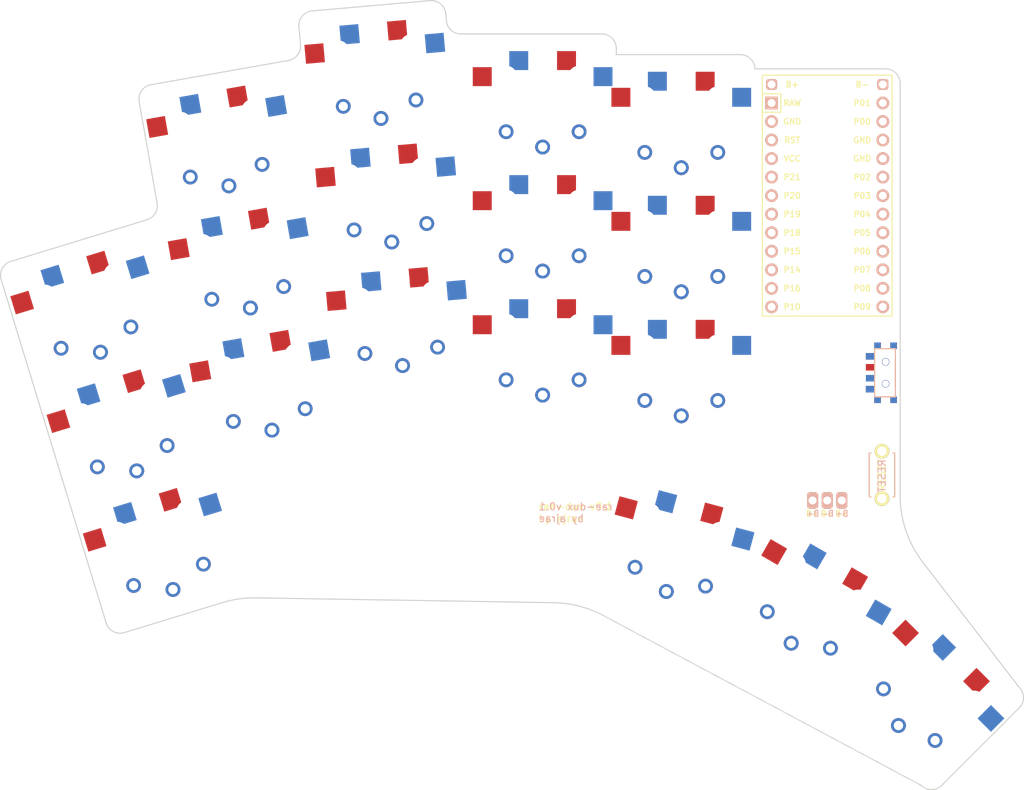
<source format=kicad_pcb>
(kicad_pcb (version 20211014) (generator pcbnew)
  (title_block (title "board") (rev "v1.0.0") (company "Unknown"))
  (layers (0 "F.Cu" signal) (31 "B.Cu" signal) (34 "B.Paste" user) (35 "F.Paste" user) (36 "B.SilkS" user "B.Silkscreen") (37 "F.SilkS" user "F.Silkscreen") (38 "B.Mask" user) (39 "F.Mask" user) (44 "Edge.Cuts" user))
  (net 0 "")
  (net 1 "P6")
  (net 2 "GND")
  (net 3 "P5")
  (net 4 "P4")
  (net 5 "P3")
  (net 6 "P2")
  (net 7 "P0")
  (net 8 "P1")
  (net 9 "P18")
  (net 10 "P15")
  (net 11 "P14")
  (net 12 "P16")
  (net 13 "P10")
  (net 14 "P19")
  (net 15 "P20")
  (net 16 "P21")
  (net 17 "P7")
  (net 18 "P8")
  (net 19 "P9")
  (net 20 "RAW")
  (net 21 "RST")
  (net 22 "VCC")
  (net 23 "Bplus")
  (net 24 "Bminus")
  (net 25 "Braw")
  (footprint "E73:SPDT_C128955" (layer "F.Cu") (at 162.411087 -73.316483 -90)
    (fp_text reference "T1" hide)
    (fp_text value "" hide)
    (pad "" smd rect locked (at 3.7 1.1 270) (size 0.9 0.9) (layers "F.Cu" "F.Paste" "F.Mask"))
    (pad "" smd rect locked (at -3.7 -1.1 270) (size 0.9 0.9) (layers "F.Cu" "F.Paste" "F.Mask"))
    (pad "" np_thru_hole circle locked (at -1.5 0) (size 1 1) (drill 0.9) (layers *.Cu *.Mask))
    (pad "" smd rect locked (at 3.7 -1.1 270) (size 0.9 0.9) (layers "F.Cu" "F.Paste" "F.Mask"))
    (pad "" smd rect locked (at -3.7 1.1 270) (size 0.9 0.9) (layers "F.Cu" "F.Paste" "F.Mask"))
    (pad "" np_thru_hole circle locked (at 1.5 0) (size 1 1) (drill 0.9) (layers *.Cu *.Mask))
    (pad "1" smd rect locked (at 2.25 2.075 270) (size 0.9 1.25) (layers "F.Cu" "F.Paste" "F.Mask") (net 25 "Braw"))
    (pad "2" smd rect locked (at -0.75 2.075 270) (size 0.9 1.25) (layers "F.Cu" "F.Paste" "F.Mask") (net 23 "Bplus"))
    (pad "3" smd rect locked (at -2.25 2.075 270) (size 0.9 1.25) (layers "F.Cu" "F.Paste" "F.Mask"))
  )
  (footprint "lib:bat" (layer "F.Cu") (at 154.411087 -55.816483)
    (fp_text reference "PAD1" hide)
    (fp_text value "" hide)
    (fp_text user "B+" (at 2 1.8) (layer "B.SilkS") (effects (font (size 0.8 0.8)) (justify mirror)))
    (fp_text user "B+" (at -2 1.8) (layer "B.SilkS") (effects (font (size 0.8 0.8)) (justify mirror)))
    (fp_text user "B-" (at 0 1.8) (layer "B.SilkS") (effects (font (size 0.8 0.8)) (justify mirror)))
    (fp_text user "B-" (at 0 1.8) (layer "F.SilkS") (effects (font (size 0.8 0.8))))
    (fp_text user "B+" (at -2 1.8) (layer "F.SilkS") (effects (font (size 0.8 0.8))))
    (fp_text user "B+" (at 2 1.8) (layer "F.SilkS") (effects (font (size 0.8 0.8))))
    (pad "1" thru_hole roundrect locked (at -2 0) (size 1.5 2.25) (drill 1.0922) (layers *.Cu *.SilkS *.Mask) (net 25 "Braw"))
    (pad "1" thru_hole roundrect locked (at 0 0) (size 1.5 2.25) (drill 1.0922) (layers *.Cu *.SilkS *.Mask) (net 24 "Bminus"))
    (pad "1" thru_hole roundrect locked (at 2 0) (size 1.5 2.25) (drill 1.0922) (layers *.Cu *.SilkS *.Mask) (net 25 "Braw"))
  )
  (footprint "kbd:ResetSW" (layer "F.Cu") (at 161.911087 -59.316483 -90)
    (fp_text reference "B1" hide)
    (fp_text value "")
    (fp_text user "RESET" (at 0.127 0 -90) (layer "B.SilkS") (effects (justify mirror)))
    (fp_text user "RESET" (at 0 0 -90) (layer "F.SilkS"))
    (pad "1" thru_hole circle locked (at 3.25 0 270) (size 2 2) (drill 1.3) (layers *.Cu *.Mask "F.SilkS") (net 21 "RST"))
    (pad "2" thru_hole circle locked (at -3.25 0 270) (size 2 2) (drill 1.3) (layers *.Cu *.Mask "F.SilkS") (net 2 "GND"))
  )
  (footprint "PG1350" (layer "F.Cu") (at 71.38711 -104.745067 10)
    (fp_text reference "S11" hide)
    (fp_text value "" hide)
    (pad "" np_thru_hole circle locked (at 5 -3.75) (size 3 3) (drill 3) (layers *.Cu *.Mask))
    (pad "" np_thru_hole circle locked (at 0 -5.95) (size 3 3) (drill 3) (layers *.Cu *.Mask))
    (pad "" np_thru_hole circle locked (at 0 -5.95) (size 3 3) (drill 3) (layers *.Cu *.Mask))
    (pad "" np_thru_hole circle locked (at -5.5 0) (size 1.7018 1.7018) (drill 1.7018) (layers *.Cu *.Mask))
    (pad "" np_thru_hole circle locked (at -5 -3.75) (size 3 3) (drill 3) (layers *.Cu *.Mask))
    (pad "" np_thru_hole circle locked (at 0 0) (size 3.429 3.429) (drill 3.429) (layers *.Cu *.Mask))
    (pad "" np_thru_hole circle locked (at 5.5 0) (size 1.7018 1.7018) (drill 1.7018) (layers *.Cu *.Mask))
    (pad "1" smd rect locked (at -3.275 -5.95 10) (size 2.6 2.6) (layers "B.Cu" "B.Paste" "B.Mask") (net 7 "P0"))
    (pad "1" smd rect locked (at 3.275 -5.95 10) (size 2.6 2.6) (layers "F.Cu" "F.Paste" "F.Mask") (net 7 "P0"))
    (pad "2" smd rect locked (at 8.275 -3.75 10) (size 2.6 2.6) (layers "B.Cu" "B.Paste" "B.Mask") (net 2 "GND"))
    (pad "2" smd rect locked (at -8.275 -3.75 10) (size 2.6 2.6) (layers "F.Cu" "F.Paste" "F.Mask") (net 2 "GND"))
  )
  (footprint "PG1350" (layer "F.Cu") (at 152.428645 -41.360213 150)
    (fp_text reference "S34" hide)
    (fp_text value "" hide)
    (pad "" np_thru_hole circle locked (at -5.5 0) (size 1.7018 1.7018) (drill 1.7018) (layers *.Cu *.Mask))
    (pad "" np_thru_hole circle locked (at 0 0) (size 3.429 3.429) (drill 3.429) (layers *.Cu *.Mask))
    (pad "" np_thru_hole circle locked (at 5.5 0) (size 1.7018 1.7018) (drill 1.7018) (layers *.Cu *.Mask))
    (pad "1" thru_hole circle locked (at 5 -3.8) (size 2.032 2.032) (drill 1.27) (layers *.Cu *.Mask) (net 18 "P8"))
    (pad "1" thru_hole circle locked (at -5 -3.8) (size 2.032 2.032) (drill 1.27) (layers *.Cu *.Mask) (net 18 "P8"))
    (pad "2" thru_hole circle locked (at 0 -5.9) (size 2.032 2.032) (drill 1.27) (layers *.Cu *.Mask) (net 2 "GND"))
    (pad "2" thru_hole circle locked (at 0 -5.9) (size 2.032 2.032) (drill 1.27) (layers *.Cu *.Mask) (net 2 "GND"))
  )
  (footprint "PG1350" (layer "F.Cu") (at 94.221643 -97.114167 5)
    (fp_text reference "S15" hide)
    (fp_text value "" hide)
    (pad "" np_thru_hole circle locked (at 0 0) (size 3.429 3.429) (drill 3.429) (layers *.Cu *.Mask))
    (pad "" np_thru_hole circle locked (at 5.5 0) (size 1.7018 1.7018) (drill 1.7018) (layers *.Cu *.Mask))
    (pad "" np_thru_hole circle locked (at 5 -3.75) (size 3 3) (drill 3) (layers *.Cu *.Mask))
    (pad "" np_thru_hole circle locked (at 0 -5.95) (size 3 3) (drill 3) (layers *.Cu *.Mask))
    (pad "" np_thru_hole circle locked (at 0 -5.95) (size 3 3) (drill 3) (layers *.Cu *.Mask))
    (pad "" np_thru_hole circle locked (at -5 -3.75) (size 3 3) (drill 3) (layers *.Cu *.Mask))
    (pad "" np_thru_hole circle locked (at -5.5 0) (size 1.7018 1.7018) (drill 1.7018) (layers *.Cu *.Mask))
    (pad "1" smd rect locked (at 3.275 -5.95 5) (size 2.6 2.6) (layers "F.Cu" "F.Paste" "F.Mask") (net 9 "P18"))
    (pad "1" smd rect locked (at -3.275 -5.95 5) (size 2.6 2.6) (layers "B.Cu" "B.Paste" "B.Mask") (net 9 "P18"))
    (pad "2" smd rect locked (at 8.275 -3.75 5) (size 2.6 2.6) (layers "B.Cu" "B.Paste" "B.Mask") (net 2 "GND"))
    (pad "2" smd rect locked (at -8.275 -3.75 5) (size 2.6 2.6) (layers "F.Cu" "F.Paste" "F.Mask") (net 2 "GND"))
  )
  (footprint "PG1350" (layer "F.Cu") (at 115.411087 -93.149816)
    (fp_text reference "S21" hide)
    (fp_text value "" hide)
    (pad "" np_thru_hole circle locked (at 0 -5.95) (size 3 3) (drill 3) (layers *.Cu *.Mask))
    (pad "" np_thru_hole circle locked (at -5.5 0) (size 1.7018 1.7018) (drill 1.7018) (layers *.Cu *.Mask))
    (pad "" np_thru_hole circle locked (at 0 -5.95) (size 3 3) (drill 3) (layers *.Cu *.Mask))
    (pad "" np_thru_hole circle locked (at 5 -3.75) (size 3 3) (drill 3) (layers *.Cu *.Mask))
    (pad "" np_thru_hole circle locked (at 5.5 0) (size 1.7018 1.7018) (drill 1.7018) (layers *.Cu *.Mask))
    (pad "" np_thru_hole circle locked (at -5 -3.75) (size 3 3) (drill 3) (layers *.Cu *.Mask))
    (pad "" np_thru_hole circle locked (at 0 0) (size 3.429 3.429) (drill 3.429) (layers *.Cu *.Mask))
    (pad "1" smd rect locked (at 3.275 -5.95) (size 2.6 2.6) (layers "F.Cu" "F.Paste" "F.Mask") (net 12 "P16"))
    (pad "1" smd rect locked (at -3.275 -5.95) (size 2.6 2.6) (layers "B.Cu" "B.Paste" "B.Mask") (net 12 "P16"))
    (pad "2" smd rect locked (at -8.275 -3.75) (size 2.6 2.6) (layers "F.Cu" "F.Paste" "F.Mask") (net 2 "GND"))
    (pad "2" smd rect locked (at 8.275 -3.75) (size 2.6 2.6) (layers "B.Cu" "B.Paste" "B.Mask") (net 2 "GND"))
  )
  (footprint "PG1350" (layer "F.Cu") (at 77.291148 -71.261603 -170)
    (fp_text reference "S8" hide)
    (fp_text value "" hide)
    (pad "" np_thru_hole circle locked (at 5.5 0) (size 1.7018 1.7018) (drill 1.7018) (layers *.Cu *.Mask))
    (pad "" np_thru_hole circle locked (at -5.5 0) (size 1.7018 1.7018) (drill 1.7018) (layers *.Cu *.Mask))
    (pad "" np_thru_hole circle locked (at 0 0) (size 3.429 3.429) (drill 3.429) (layers *.Cu *.Mask))
    (pad "1" thru_hole circle locked (at 5 -3.8) (size 2.032 2.032) (drill 1.27) (layers *.Cu *.Mask) (net 5 "P3"))
    (pad "1" thru_hole circle locked (at -5 -3.8) (size 2.032 2.032) (drill 1.27) (layers *.Cu *.Mask) (net 5 "P3"))
    (pad "2" thru_hole circle locked (at 0 -5.9) (size 2.032 2.032) (drill 1.27) (layers *.Cu *.Mask) (net 2 "GND"))
    (pad "2" thru_hole circle locked (at 0 -5.9) (size 2.032 2.032) (drill 1.27) (layers *.Cu *.Mask) (net 2 "GND"))
  )
  (footprint "PG1350" (layer "F.Cu") (at 95.703291 -80.178857 -175)
    (fp_text reference "S14" hide)
    (fp_text value "" hide)
    (pad "" np_thru_hole circle locked (at 0 0) (size 3.429 3.429) (drill 3.429) (layers *.Cu *.Mask))
    (pad "" np_thru_hole circle locked (at -5.5 0) (size 1.7018 1.7018) (drill 1.7018) (layers *.Cu *.Mask))
    (pad "" np_thru_hole circle locked (at 5.5 0) (size 1.7018 1.7018) (drill 1.7018) (layers *.Cu *.Mask))
    (pad "1" thru_hole circle locked (at 5 -3.8) (size 2.032 2.032) (drill 1.27) (layers *.Cu *.Mask) (net 8 "P1"))
    (pad "1" thru_hole circle locked (at -5 -3.8) (size 2.032 2.032) (drill 1.27) (layers *.Cu *.Mask) (net 8 "P1"))
    (pad "2" thru_hole circle locked (at 0 -5.9) (size 2.032 2.032) (drill 1.27) (layers *.Cu *.Mask) (net 2 "GND"))
    (pad "2" thru_hole circle locked (at 0 -5.9) (size 2.032 2.032) (drill 1.27) (layers *.Cu *.Mask) (net 2 "GND"))
  )
  (footprint "PG1350" (layer "F.Cu") (at 115.411087 -76.149816 180)
    (fp_text reference "S20" hide)
    (fp_text value "" hide)
    (pad "" np_thru_hole circle locked (at 0 0) (size 3.429 3.429) (drill 3.429) (layers *.Cu *.Mask))
    (pad "" np_thru_hole circle locked (at 5.5 0) (size 1.7018 1.7018) (drill 1.7018) (layers *.Cu *.Mask))
    (pad "" np_thru_hole circle locked (at -5.5 0) (size 1.7018 1.7018) (drill 1.7018) (layers *.Cu *.Mask))
    (pad "1" thru_hole circle locked (at -5 -3.8) (size 2.032 2.032) (drill 1.27) (layers *.Cu *.Mask) (net 11 "P14"))
    (pad "1" thru_hole circle locked (at 5 -3.8) (size 2.032 2.032) (drill 1.27) (layers *.Cu *.Mask) (net 11 "P14"))
    (pad "2" thru_hole circle locked (at 0 -5.9) (size 2.032 2.032) (drill 1.27) (layers *.Cu *.Mask) (net 2 "GND"))
    (pad "2" thru_hole circle locked (at 0 -5.9) (size 2.032 2.032) (drill 1.27) (layers *.Cu *.Mask) (net 2 "GND"))
  )
  (footprint "PG1350" (layer "F.Cu") (at 134.411087 -90.316483 180)
    (fp_text reference "S28" hide)
    (fp_text value "" hide)
    (pad "" np_thru_hole circle locked (at 5.5 0) (size 1.7018 1.7018) (drill 1.7018) (layers *.Cu *.Mask))
    (pad "" np_thru_hole circle locked (at -5.5 0) (size 1.7018 1.7018) (drill 1.7018) (layers *.Cu *.Mask))
    (pad "" np_thru_hole circle locked (at 0 0) (size 3.429 3.429) (drill 3.429) (layers *.Cu *.Mask))
    (pad "1" thru_hole circle locked (at 5 -3.8) (size 2.032 2.032) (drill 1.27) (layers *.Cu *.Mask) (net 15 "P20"))
    (pad "1" thru_hole circle locked (at -5 -3.8) (size 2.032 2.032) (drill 1.27) (layers *.Cu *.Mask) (net 15 "P20"))
    (pad "2" thru_hole circle locked (at 0 -5.9) (size 2.032 2.032) (drill 1.27) (layers *.Cu *.Mask) (net 2 "GND"))
    (pad "2" thru_hole circle locked (at 0 -5.9) (size 2.032 2.032) (drill 1.27) (layers *.Cu *.Mask) (net 2 "GND"))
  )
  (footprint "PG1350" (layer "F.Cu") (at 134.411087 -73.316483 180)
    (fp_text reference "S26" hide)
    (fp_text value "" hide)
    (pad "" np_thru_hole circle locked (at 0 0) (size 3.429 3.429) (drill 3.429) (layers *.Cu *.Mask))
    (pad "" np_thru_hole circle locked (at 5.5 0) (size 1.7018 1.7018) (drill 1.7018) (layers *.Cu *.Mask))
    (pad "" np_thru_hole circle locked (at -5.5 0) (size 1.7018 1.7018) (drill 1.7018) (layers *.Cu *.Mask))
    (pad "1" thru_hole circle locked (at 5 -3.8) (size 2.032 2.032) (drill 1.27) (layers *.Cu *.Mask) (net 14 "P19"))
    (pad "1" thru_hole circle locked (at -5 -3.8) (size 2.032 2.032) (drill 1.27) (layers *.Cu *.Mask) (net 14 "P19"))
    (pad "2" thru_hole circle locked (at 0 -5.9) (size 2.032 2.032) (drill 1.27) (layers *.Cu *.Mask) (net 2 "GND"))
    (pad "2" thru_hole circle locked (at 0 -5.9) (size 2.032 2.032) (drill 1.27) (layers *.Cu *.Mask) (net 2 "GND"))
  )
  (footprint "PG1350" (layer "F.Cu") (at 134.411087 -107.316483)
    (fp_text reference "S29" hide)
    (fp_text value "" hide)
    (pad "" np_thru_hole circle locked (at 0 -5.95) (size 3 3) (drill 3) (layers *.Cu *.Mask))
    (pad "" np_thru_hole circle locked (at 0 -5.95) (size 3 3) (drill 3) (layers *.Cu *.Mask))
    (pad "" np_thru_hole circle locked (at 5.5 0) (size 1.7018 1.7018) (drill 1.7018) (layers *.Cu *.Mask))
    (pad "" np_thru_hole circle locked (at 0 0) (size 3.429 3.429) (drill 3.429) (layers *.Cu *.Mask))
    (pad "" np_thru_hole circle locked (at 5 -3.75) (size 3 3) (drill 3) (layers *.Cu *.Mask))
    (pad "" np_thru_hole circle locked (at -5 -3.75) (size 3 3) (drill 3) (layers *.Cu *.Mask))
    (pad "" np_thru_hole circle locked (at -5.5 0) (size 1.7018 1.7018) (drill 1.7018) (layers *.Cu *.Mask))
    (pad "1" smd rect locked (at 3.275 -5.95) (size 2.6 2.6) (layers "F.Cu" "F.Paste" "F.Mask") (net 16 "P21"))
    (pad "1" smd rect locked (at -3.275 -5.95) (size 2.6 2.6) (layers "B.Cu" "B.Paste" "B.Mask") (net 16 "P21"))
    (pad "2" smd rect locked (at -8.275 -3.75) (size 2.6 2.6) (layers "F.Cu" "F.Paste" "F.Mask") (net 2 "GND"))
    (pad "2" smd rect locked (at 8.275 -3.75) (size 2.6 2.6) (layers "B.Cu" "B.Paste" "B.Mask") (net 2 "GND"))
  )
  (footprint "PG1350" (layer "F.Cu") (at 152.428645 -41.360213 -30)
    (fp_text reference "S33" hide)
    (fp_text value "" hide)
    (pad "" np_thru_hole circle locked (at 0 0) (size 3.429 3.429) (drill 3.429) (layers *.Cu *.Mask))
    (pad "" np_thru_hole circle locked (at 0 -5.95) (size 3 3) (drill 3) (layers *.Cu *.Mask))
    (pad "" np_thru_hole circle locked (at -5 -3.75) (size 3 3) (drill 3) (layers *.Cu *.Mask))
    (pad "" np_thru_hole circle locked (at -5.5 0) (size 1.7018 1.7018) (drill 1.7018) (layers *.Cu *.Mask))
    (pad "" np_thru_hole circle locked (at 0 -5.95) (size 3 3) (drill 3) (layers *.Cu *.Mask))
    (pad "" np_thru_hole circle locked (at 5 -3.75) (size 3 3) (drill 3) (layers *.Cu *.Mask))
    (pad "" np_thru_hole circle locked (at 5.5 0) (size 1.7018 1.7018) (drill 1.7018) (layers *.Cu *.Mask))
    (pad "1" smd rect locked (at -3.275 -5.95 330) (size 2.6 2.6) (layers "B.Cu" "B.Paste" "B.Mask") (net 18 "P8"))
    (pad "1" smd rect locked (at 3.275 -5.95 330) (size 2.6 2.6) (layers "F.Cu" "F.Paste" "F.Mask") (net 18 "P8"))
    (pad "2" smd rect locked (at -8.275 -3.75 330) (size 2.6 2.6) (layers "F.Cu" "F.Paste" "F.Mask") (net 2 "GND"))
    (pad "2" smd rect locked (at 8.275 -3.75 330) (size 2.6 2.6) (layers "B.Cu" "B.Paste" "B.Mask") (net 2 "GND"))
  )
  (footprint "PG1350" (layer "F.Cu") (at 168.347243 -29.145444 -45)
    (fp_text reference "S35" hide)
    (fp_text value "" hide)
    (pad "" np_thru_hole circle locked (at 5 -3.75) (size 3 3) (drill 3) (layers *.Cu *.Mask))
    (pad "" np_thru_hole circle locked (at 0 -5.95) (size 3 3) (drill 3) (layers *.Cu *.Mask))
    (pad "" np_thru_hole circle locked (at 0 0) (size 3.429 3.429) (drill 3.429) (layers *.Cu *.Mask))
    (pad "" np_thru_hole circle locked (at 5.5 0) (size 1.7018 1.7018) (drill 1.7018) (layers *.Cu *.Mask))
    (pad "" np_thru_hole circle locked (at 0 -5.95) (size 3 3) (drill 3) (layers *.Cu *.Mask))
    (pad "" np_thru_hole circle locked (at -5.5 0) (size 1.7018 1.7018) (drill 1.7018) (layers *.Cu *.Mask))
    (pad "" np_thru_hole circle locked (at -5 -3.75) (size 3 3) (drill 3) (layers *.Cu *.Mask))
    (pad "1" smd rect locked (at 3.275 -5.95 315) (size 2.6 2.6) (layers "F.Cu" "F.Paste" "F.Mask") (net 19 "P9"))
    (pad "1" smd rect locked (at -3.275 -5.95 315) (size 2.6 2.6) (layers "B.Cu" "B.Paste" "B.Mask") (net 19 "P9"))
    (pad "2" smd rect locked (at 8.275 -3.75 315) (size 2.6 2.6) (layers "B.Cu" "B.Paste" "B.Mask") (net 2 "GND"))
    (pad "2" smd rect locked (at -8.275 -3.75 315) (size 2.6 2.6) (layers "F.Cu" "F.Paste" "F.Mask") (net 2 "GND"))
  )
  (footprint "PG1350" (layer "F.Cu") (at 77.291148 -71.261603 10)
    (fp_text reference "S7" hide)
    (fp_text value "" hide)
    (pad "" np_thru_hole circle locked (at -5 -3.75) (size 3 3) (drill 3) (layers *.Cu *.Mask))
    (pad "" np_thru_hole circle locked (at 5 -3.75) (size 3 3) (drill 3) (layers *.Cu *.Mask))
    (pad "" np_thru_hole circle locked (at 0 -5.95) (size 3 3) (drill 3) (layers *.Cu *.Mask))
    (pad "" np_thru_hole circle locked (at -5.5 0) (size 1.7018 1.7018) (drill 1.7018) (layers *.Cu *.Mask))
    (pad "" np_thru_hole circle locked (at 0 -5.95) (size 3 3) (drill 3) (layers *.Cu *.Mask))
    (pad "" np_thru_hole circle locked (at 5.5 0) (size 1.7018 1.7018) (drill 1.7018) (layers *.Cu *.Mask))
    (pad "" np_thru_hole circle locked (at 0 0) (size 3.429 3.429) (drill 3.429) (layers *.Cu *.Mask))
    (pad "1" smd rect locked (at -3.275 -5.95 10) (size 2.6 2.6) (layers "B.Cu" "B.Paste" "B.Mask") (net 5 "P3"))
    (pad "1" smd rect locked (at 3.275 -5.95 10) (size 2.6 2.6) (layers "F.Cu" "F.Paste" "F.Mask") (net 5 "P3"))
    (pad "2" smd rect locked (at 8.275 -3.75 10) (size 2.6 2.6) (layers "B.Cu" "B.Paste" "B.Mask") (net 2 "GND"))
    (pad "2" smd rect locked (at -8.275 -3.75 10) (size 2.6 2.6) (layers "F.Cu" "F.Paste" "F.Mask") (net 2 "GND"))
  )
  (footprint "PG1350" (layer "F.Cu") (at 63.029681 -49.257181 -163)
    (fp_text reference "S2" hide)
    (fp_text value "" hide)
    (pad "" np_thru_hole circle locked (at 5.5 0) (size 1.7018 1.7018) (drill 1.7018) (layers *.Cu *.Mask))
    (pad "" np_thru_hole circle locked (at 0 0) (size 3.429 3.429) (drill 3.429) (layers *.Cu *.Mask))
    (pad "" np_thru_hole circle locked (at -5.5 0) (size 1.7018 1.7018) (drill 1.7018) (layers *.Cu *.Mask))
    (pad "1" thru_hole circle locked (at 5 -3.8) (size 2.032 2.032) (drill 1.27) (layers *.Cu *.Mask) (net 1 "P6"))
    (pad "1" thru_hole circle locked (at -5 -3.8) (size 2.032 2.032) (drill 1.27) (layers *.Cu *.Mask) (net 1 "P6"))
    (pad "2" thru_hole circle locked (at 0 -5.9) (size 2.032 2.032) (drill 1.27) (layers *.Cu *.Mask) (net 2 "GND"))
    (pad "2" thru_hole circle locked (at 0 -5.9) (size 2.032 2.032) (drill 1.27) (layers *.Cu *.Mask) (net 2 "GND"))
  )
  (footprint "E73:SPDT_C128955" (layer "F.Cu") (at 162.411087 -73.316483 -90)
    (fp_text reference "T2" hide)
    (fp_text value "" hide)
    (pad "" smd rect locked (at 3.7 -1.1 270) (size 0.9 0.9) (layers "B.Cu" "B.Paste" "B.Mask"))
    (pad "" smd rect locked (at -3.7 -1.1 270) (size 0.9 0.9) (layers "B.Cu" "B.Paste" "B.Mask"))
    (pad "" smd rect locked (at 3.7 1.1 270) (size 0.9 0.9) (layers "B.Cu" "B.Paste" "B.Mask"))
    (pad "" smd rect locked (at -3.7 1.1 270) (size 0.9 0.9) (layers "B.Cu" "B.Paste" "B.Mask"))
    (pad "" np_thru_hole circle locked (at -1.5 0) (size 1 1) (drill 0.9) (layers *.Cu *.Mask))
    (pad "" np_thru_hole circle locked (at 1.5 0) (size 1 1) (drill 0.9) (layers *.Cu *.Mask))
    (pad "1" smd rect locked (at -2.25 2.075 270) (size 0.9 1.25) (layers "B.Cu" "B.Paste" "B.Mask") (net 25 "Braw"))
    (pad "2" smd rect locked (at 0.75 2.075 270) (size 0.9 1.25) (layers "B.Cu" "B.Paste" "B.Mask") (net 23 "Bplus"))
    (pad "3" smd rect locked (at 2.25 2.075 270) (size 0.9 1.25) (layers "B.Cu" "B.Paste" "B.Mask"))
  )
  (footprint "PG1350" (layer "F.Cu") (at 63.029681 -49.257181 17)
    (fp_text reference "S1" hide)
    (fp_text value "" hide)
    (pad "" np_thru_hole circle locked (at 5.5 0) (size 1.7018 1.7018) (drill 1.7018) (layers *.Cu *.Mask))
    (pad "" np_thru_hole circle locked (at 5 -3.75) (size 3 3) (drill 3) (layers *.Cu *.Mask))
    (pad "" np_thru_hole circle locked (at 0 -5.95) (size 3 3) (drill 3) (layers *.Cu *.Mask))
    (pad "" np_thru_hole circle locked (at 0 -5.95) (size 3 3) (drill 3) (layers *.Cu *.Mask))
    (pad "" np_thru_hole circle locked (at 0 0) (size 3.429 3.429) (drill 3.429) (layers *.Cu *.Mask))
    (pad "" np_thru_hole circle locked (at -5 -3.75) (size 3 3) (drill 3) (layers *.Cu *.Mask))
    (pad "" np_thru_hole circle locked (at -5.5 0) (size 1.7018 1.7018) (drill 1.7018) (layers *.Cu *.Mask))
    (pad "1" smd rect locked (at 3.275 -5.95 17) (size 2.6 2.6) (layers "F.Cu" "F.Paste" "F.Mask") (net 1 "P6"))
    (pad "1" smd rect locked (at -3.275 -5.95 17) (size 2.6 2.6) (layers "B.Cu" "B.Paste" "B.Mask") (net 1 "P6"))
    (pad "2" smd rect locked (at -8.275 -3.75 17) (size 2.6 2.6) (layers "F.Cu" "F.Paste" "F.Mask") (net 2 "GND"))
    (pad "2" smd rect locked (at 8.275 -3.75 17) (size 2.6 2.6) (layers "B.Cu" "B.Paste" "B.Mask") (net 2 "GND"))
  )
  (footprint "PG1350" (layer "F.Cu") (at 53.089043 -81.771543 17)
    (fp_text reference "S5" hide)
    (fp_text value "" hide)
    (pad "" np_thru_hole circle locked (at 0 0) (size 3.429 3.429) (drill 3.429) (layers *.Cu *.Mask))
    (pad "" np_thru_hole circle locked (at 5.5 0) (size 1.7018 1.7018) (drill 1.7018) (layers *.Cu *.Mask))
    (pad "" np_thru_hole circle locked (at 0 -5.95) (size 3 3) (drill 3) (layers *.Cu *.Mask))
    (pad "" np_thru_hole circle locked (at 0 -5.95) (size 3 3) (drill 3) (layers *.Cu *.Mask))
    (pad "" np_thru_hole circle locked (at -5.5 0) (size 1.7018 1.7018) (drill 1.7018) (layers *.Cu *.Mask))
    (pad "" np_thru_hole circle locked (at -5 -3.75) (size 3 3) (drill 3) (layers *.Cu *.Mask))
    (pad "" np_thru_hole circle locked (at 5 -3.75) (size 3 3) (drill 3) (layers *.Cu *.Mask))
    (pad "1" smd rect locked (at 3.275 -5.95 17) (size 2.6 2.6) (layers "F.Cu" "F.Paste" "F.Mask") (net 4 "P4"))
    (pad "1" smd rect locked (at -3.275 -5.95 17) (size 2.6 2.6) (layers "B.Cu" "B.Paste" "B.Mask") (net 4 "P4"))
    (pad "2" smd rect locked (at -8.275 -3.75 17) (size 2.6 2.6) (layers "F.Cu" "F.Paste" "F.Mask") (net 2 "GND"))
    (pad "2" smd rect locked (at 8.275 -3.75 17) (size 2.6 2.6) (layers "B.Cu" "B.Paste" "B.Mask") (net 2 "GND"))
  )
  (footprint "PG1350" (layer "F.Cu") (at 134.411087 -90.316483)
    (fp_text reference "S27" hide)
    (fp_text value "" hide)
    (pad "" np_thru_hole circle locked (at -5 -3.75) (size 3 3) (drill 3) (layers *.Cu *.Mask))
    (pad "" np_thru_hole circle locked (at 5.5 0) (size 1.7018 1.7018) (drill 1.7018) (layers *.Cu *.Mask))
    (pad "" np_thru_hole circle locked (at 0 0) (size 3.429 3.429) (drill 3.429) (layers *.Cu *.Mask))
    (pad "" np_thru_hole circle locked (at 5 -3.75) (size 3 3) (drill 3) (layers *.Cu *.Mask))
    (pad "" np_thru_hole circle locked (at 0 -5.95) (size 3 3) (drill 3) (layers *.Cu *.Mask))
    (pad "" np_thru_hole circle locked (at 0 -5.95) (size 3 3) (drill 3) (layers *.Cu *.Mask))
    (pad "" np_thru_hole circle locked (at -5.5 0) (size 1.7018 1.7018) (drill 1.7018) (layers *.Cu *.Mask))
    (pad "1" smd rect locked (at -3.275 -5.95) (size 2.6 2.6) (layers "B.Cu" "B.Paste" "B.Mask") (net 15 "P20"))
    (pad "1" smd rect locked (at 3.275 -5.95) (size 2.6 2.6) (layers "F.Cu" "F.Paste" "F.Mask") (net 15 "P20"))
    (pad "2" smd rect locked (at 8.275 -3.75) (size 2.6 2.6) (layers "B.Cu" "B.Paste" "B.Mask") (net 2 "GND"))
    (pad "2" smd rect locked (at -8.275 -3.75) (size 2.6 2.6) (layers "F.Cu" "F.Paste" "F.Mask") (net 2 "GND"))
  )
  (footprint "PG1350" (layer "F.Cu") (at 168.347243 -29.145444 135)
    (fp_text reference "S36" hide)
    (fp_text value "" hide)
    (pad "" np_thru_hole circle locked (at 5.5 0) (size 1.7018 1.7018) (drill 1.7018) (layers *.Cu *.Mask))
    (pad "" np_thru_hole circle locked (at -5.5 0) (size 1.7018 1.7018) (drill 1.7018) (layers *.Cu *.Mask))
    (pad "" np_thru_hole circle locked (at 0 0) (size 3.429 3.429) (drill 3.429) (layers *.Cu *.Mask))
    (pad "1" thru_hole circle locked (at -5 -3.8) (size 2.032 2.032) (drill 1.27) (layers *.Cu *.Mask) (net 19 "P9"))
    (pad "1" thru_hole circle locked (at 5 -3.8) (size 2.032 2.032) (drill 1.27) (layers *.Cu *.Mask) (net 19 "P9"))
    (pad "2" thru_hole circle locked (at 0 -5.9) (size 2.032 2.032) (drill 1.27) (layers *.Cu *.Mask) (net 2 "GND"))
    (pad "2" thru_hole circle locked (at 0 -5.9) (size 2.032 2.032) (drill 1.27) (layers *.Cu *.Mask) (net 2 "GND"))
  )
  (footprint "PG1350" (layer "F.Cu") (at 74.339129 -88.003335 10)
    (fp_text reference "S9" hide)
    (fp_text value "" hide)
    (pad "" np_thru_hole circle locked (at -5 -3.75) (size 3 3) (drill 3) (layers *.Cu *.Mask))
    (pad "" np_thru_hole circle locked (at 0 0) (size 3.429 3.429) (drill 3.429) (layers *.Cu *.Mask))
    (pad "" np_thru_hole circle locked (at 0 -5.95) (size 3 3) (drill 3) (layers *.Cu *.Mask))
    (pad "" np_thru_hole circle locked (at 5 -3.75) (size 3 3) (drill 3) (layers *.Cu *.Mask))
    (pad "" np_thru_hole circle locked (at -5.5 0) (size 1.7018 1.7018) (drill 1.7018) (layers *.Cu *.Mask))
    (pad "" np_thru_hole circle locked (at 0 -5.95) (size 3 3) (drill 3) (layers *.Cu *.Mask))
    (pad "" np_thru_hole circle locked (at 5.5 0) (size 1.7018 1.7018) (drill 1.7018) (layers *.Cu *.Mask))
    (pad "1" smd rect locked (at 3.275 -5.95 10) (size 2.6 2.6) (layers "F.Cu" "F.Paste" "F.Mask") (net 6 "P2"))
    (pad "1" smd rect locked (at -3.275 -5.95 10) (size 2.6 2.6) (layers "B.Cu" "B.Paste" "B.Mask") (net 6 "P2"))
    (pad "2" smd rect locked (at -8.275 -3.75 10) (size 2.6 2.6) (layers "F.Cu" "F.Paste" "F.Mask") (net 2 "GND"))
    (pad "2" smd rect locked (at 8.275 -3.75 10) (size 2.6 2.6) (layers "B.Cu" "B.Paste" "B.Mask") (net 2 "GND"))
  )
  (footprint "PG1350" (layer "F.Cu") (at 94.221643 -97.114167 -175)
    (fp_text reference "S16" hide)
    (fp_text value "" hide)
    (pad "" np_thru_hole circle locked (at -5.5 0) (size 1.7018 1.7018) (drill 1.7018) (layers *.Cu *.Mask))
    (pad "" np_thru_hole circle locked (at 0 0) (size 3.429 3.429) (drill 3.429) (layers *.Cu *.Mask))
    (pad "" np_thru_hole circle locked (at 5.5 0) (size 1.7018 1.7018) (drill 1.7018) (layers *.Cu *.Mask))
    (pad "1" thru_hole circle locked (at -5 -3.8) (size 2.032 2.032) (drill 1.27) (layers *.Cu *.Mask) (net 9 "P18"))
    (pad "1" thru_hole circle locked (at 5 -3.8) (size 2.032 2.032) (drill 1.27) (layers *.Cu *.Mask) (net 9 "P18"))
    (pad "2" thru_hole circle locked (at 0 -5.9) (size 2.032 2.032) (drill 1.27) (layers *.Cu *.Mask) (net 2 "GND"))
    (pad "2" thru_hole circle locked (at 0 -5.9) (size 2.032 2.032) (drill 1.27) (layers *.Cu *.Mask) (net 2 "GND"))
  )
  (footprint "PG1350" (layer "F.Cu") (at 134.411087 -107.316483 180)
    (fp_text reference "S30" hide)
    (fp_text value "" hide)
    (pad "" np_thru_hole circle locked (at -5.5 0) (size 1.7018 1.7018) (drill 1.7018) (layers *.Cu *.Mask))
    (pad "" np_thru_hole circle locked (at 5.5 0) (size 1.7018 1.7018) (drill 1.7018) (layers *.Cu *.Mask))
    (pad "" np_thru_hole circle locked (at 0 0) (size 3.429 3.429) (drill 3.429) (layers *.Cu *.Mask))
    (pad "1" thru_hole circle locked (at -5 -3.8) (size 2.032 2.032) (drill 1.27) (layers *.Cu *.Mask) (net 16 "P21"))
    (pad "1" thru_hole circle locked (at 5 -3.8) (size 2.032 2.032) (drill 1.27) (layers *.Cu *.Mask) (net 16 "P21"))
    (pad "2" thru_hole circle locked (at 0 -5.9) (size 2.032 2.032) (drill 1.27) (layers *.Cu *.Mask) (net 2 "GND"))
    (pad "2" thru_hole circle locked (at 0 -5.9) (size 2.032 2.032) (drill 1.27) (layers *.Cu *.Mask) (net 2 "GND"))
  )
  (footprint "PG1350" (layer "F.Cu") (at 95.703291 -80.178857 5)
    (fp_text reference "S13" hide)
    (fp_text value "" hide)
    (pad "" np_thru_hole circle locked (at -5.5 0) (size 1.7018 1.7018) (drill 1.7018) (layers *.Cu *.Mask))
    (pad "" np_thru_hole circle locked (at 5.5 0) (size 1.7018 1.7018) (drill 1.7018) (layers *.Cu *.Mask))
    (pad "" np_thru_hole circle locked (at 0 0) (size 3.429 3.429) (drill 3.429) (layers *.Cu *.Mask))
    (pad "" np_thru_hole circle locked (at 0 -5.95) (size 3 3) (drill 3) (layers *.Cu *.Mask))
    (pad "" np_thru_hole circle locked (at 5 -3.75) (size 3 3) (drill 3) (layers *.Cu *.Mask))
    (pad "" np_thru_hole circle locked (at 0 -5.95) (size 3 3) (drill 3) (layers *.Cu *.Mask))
    (pad "" np_thru_hole circle locked (at -5 -3.75) (size 3 3) (drill 3) (layers *.Cu *.Mask))
    (pad "1" smd rect locked (at -3.275 -5.95 5) (size 2.6 2.6) (layers "B.Cu" "B.Paste" "B.Mask") (net 8 "P1"))
    (pad "1" smd rect locked (at 3.275 -5.95 5) (size 2.6 2.6) (layers "F.Cu" "F.Paste" "F.Mask") (net 8 "P1"))
    (pad "2" smd rect locked (at 8.275 -3.75 5) (size 2.6 2.6) (layers "B.Cu" "B.Paste" "B.Mask") (net 2 "GND"))
    (pad "2" smd rect locked (at -8.275 -3.75 5) (size 2.6 2.6) (layers "F.Cu" "F.Paste" "F.Mask") (net 2 "GND"))
  )
  (footprint "PG1350" (layer "F.Cu") (at 115.411087 -110.149816 180)
    (fp_text reference "S24" hide)
    (fp_text value "" hide)
    (pad "" np_thru_hole circle locked (at 5.5 0) (size 1.7018 1.7018) (drill 1.7018) (layers *.Cu *.Mask))
    (pad "" np_thru_hole circle locked (at -5.5 0) (size 1.7018 1.7018) (drill 1.7018) (layers *.Cu *.Mask))
    (pad "" np_thru_hole circle locked (at 0 0) (size 3.429 3.429) (drill 3.429) (layers *.Cu *.Mask))
    (pad "1" thru_hole circle locked (at 5 -3.8) (size 2.032 2.032) (drill 1.27) (layers *.Cu *.Mask) (net 13 "P10"))
    (pad "1" thru_hole circle locked (at -5 -3.8) (size 2.032 2.032) (drill 1.27) (layers *.Cu *.Mask) (net 13 "P10"))
    (pad "2" thru_hole circle locked (at 0 -5.9) (size 2.032 2.032) (drill 1.27) (layers *.Cu *.Mask) (net 2 "GND"))
    (pad "2" thru_hole circle locked (at 0 -5.9) (size 2.032 2.032) (drill 1.27) (layers *.Cu *.Mask) (net 2 "GND"))
  )
  (footprint "PG1350" (layer "F.Cu") (at 92.739996 -114.049477 5)
    (fp_text reference "S17" hide)
    (fp_text value "" hide)
    (pad "" np_thru_hole circle locked (at -5.5 0) (size 1.7018 1.7018) (drill 1.7018) (layers *.Cu *.Mask))
    (pad "" np_thru_hole circle locked (at 0 0) (size 3.429 3.429) (drill 3.429) (layers *.Cu *.Mask))
    (pad "" np_thru_hole circle locked (at 5.5 0) (size 1.7018 1.7018) (drill 1.7018) (layers *.Cu *.Mask))
    (pad "" np_thru_hole circle locked (at -5 -3.75) (size 3 3) (drill 3) (layers *.Cu *.Mask))
    (pad "" np_thru_hole circle locked (at 5 -3.75) (size 3 3) (drill 3) (layers *.Cu *.Mask))
    (pad "" np_thru_hole circle locked (at 0 -5.95) (size 3 3) (drill 3) (layers *.Cu *.Mask))
    (pad "" np_thru_hole circle locked (at 0 -5.95) (size 3 3) (drill 3) (layers *.Cu *.Mask))
    (pad "1" smd rect locked (at -3.275 -5.95 5) (size 2.6 2.6) (layers "B.Cu" "B.Paste" "B.Mask") (net 10 "P15"))
    (pad "1" smd rect locked (at 3.275 -5.95 5) (size 2.6 2.6) (layers "F.Cu" "F.Paste" "F.Mask") (net 10 "P15"))
    (pad "2" smd rect locked (at 8.275 -3.75 5) (size 2.6 2.6) (layers "B.Cu" "B.Paste" "B.Mask") (net 2 "GND"))
    (pad "2" smd rect locked (at -8.275 -3.75 5) (size 2.6 2.6) (layers "F.Cu" "F.Paste" "F.Mask") (net 2 "GND"))
  )
  (footprint "PG1350" (layer "F.Cu") (at 58.059362 -65.514362 -163)
    (fp_text reference "S4" hide)
    (fp_text value "" hide)
    (pad "" np_thru_hole circle locked (at 5.5 0) (size 1.7018 1.7018) (drill 1.7018) (layers *.Cu *.Mask))
    (pad "" np_thru_hole circle locked (at -5.5 0) (size 1.7018 1.7018) (drill 1.7018) (layers *.Cu *.Mask))
    (pad "" np_thru_hole circle locked (at 0 0) (size 3.429 3.429) (drill 3.429) (layers *.Cu *.Mask))
    (pad "1" thru_hole circle locked (at 5 -3.8) (size 2.032 2.032) (drill 1.27) (layers *.Cu *.Mask) (net 3 "P5"))
    (pad "1" thru_hole circle locked (at -5 -3.8) (size 2.032 2.032) (drill 1.27) (layers *.Cu *.Mask) (net 3 "P5"))
    (pad "2" thru_hole circle locked (at 0 -5.9) (size 2.032 2.032) (drill 1.27) (layers *.Cu *.Mask) (net 2 "GND"))
    (pad "2" thru_hole circle locked (at 0 -5.9) (size 2.032 2.032) (drill 1.27) (layers *.Cu *.Mask) (net 2 "GND"))
  )
  (footprint "PG1350" (layer "F.Cu") (at 74.339129 -88.003335 -170)
    (fp_text reference "S10" hide)
    (fp_text value "" hide)
    (pad "" np_thru_hole circle locked (at -5.5 0) (size 1.7018 1.7018) (drill 1.7018) (layers *.Cu *.Mask))
    (pad "" np_thru_hole circle locked (at 5.5 0) (size 1.7018 1.7018) (drill 1.7018) (layers *.Cu *.Mask))
    (pad "" np_thru_hole circle locked (at 0 0) (size 3.429 3.429) (drill 3.429) (layers *.Cu *.Mask))
    (pad "1" thru_hole circle locked (at 5 -3.8) (size 2.032 2.032) (drill 1.27) (layers *.Cu *.Mask) (net 6 "P2"))
    (pad "1" thru_hole circle locked (at -5 -3.8) (size 2.032 2.032) (drill 1.27) (layers *.Cu *.Mask) (net 6 "P2"))
    (pad "2" thru_hole circle locked (at 0 -5.9) (size 2.032 2.032) (drill 1.27) (layers *.Cu *.Mask) (net 2 "GND"))
    (pad "2" thru_hole circle locked (at 0 -5.9) (size 2.032 2.032) (drill 1.27) (layers *.Cu *.Mask) (net 2 "GND"))
  )
  (footprint "PG1350" (layer "F.Cu") (at 115.411087 -93.149816 180)
    (fp_text reference "S22" hide)
    (fp_text value "" hide)
    (pad "" np_thru_hole circle locked (at 5.5 0) (size 1.7018 1.7018) (drill 1.7018) (layers *.Cu *.Mask))
    (pad "" np_thru_hole circle locked (at -5.5 0) (size 1.7018 1.7018) (drill 1.7018) (layers *.Cu *.Mask))
    (pad "" np_thru_hole circle locked (at 0 0) (size 3.429 3.429) (drill 3.429) (layers *.Cu *.Mask))
    (pad "1" thru_hole circle locked (at 5 -3.8) (size 2.032 2.032) (drill 1.27) (layers *.Cu *.Mask) (net 12 "P16"))
    (pad "1" thru_hole circle locked (at -5 -3.8) (size 2.032 2.032) (drill 1.27) (layers *.Cu *.Mask) (net 12 "P16"))
    (pad "2" thru_hole circle locked (at 0 -5.9) (size 2.032 2.032) (drill 1.27) (layers *.Cu *.Mask) (net 2 "GND"))
    (pad "2" thru_hole circle locked (at 0 -5.9) (size 2.032 2.032) (drill 1.27) (layers *.Cu *.Mask) (net 2 "GND"))
  )
  (footprint "PG1350" (layer "F.Cu") (at 133.891046 -49.038738 -15)
    (fp_text reference "S31" hide)
    (fp_text value "" hide)
    (pad "" np_thru_hole circle locked (at 0 0) (size 3.429 3.429) (drill 3.429) (layers *.Cu *.Mask))
    (pad "" np_thru_hole circle locked (at -5.5 0) (size 1.7018 1.7018) (drill 1.7018) (layers *.Cu *.Mask))
    (pad "" np_thru_hole circle locked (at 0 -5.95) (size 3 3) (drill 3) (layers *.Cu *.Mask))
    (pad "" np_thru_hole circle locked (at 5 -3.75) (size 3 3) (drill 3) (layers *.Cu *.Mask))
    (pad "" np_thru_hole circle locked (at 0 -5.95) (size 3 3) (drill 3) (layers *.Cu *.Mask))
    (pad "" np_thru_hole circle locked (at -5 -3.75) (size 3 3) (drill 3) (layers *.Cu *.Mask))
    (pad "" np_thru_hole circle locked (at 5.5 0) (size 1.7018 1.7018) (drill 1.7018) (layers *.Cu *.Mask))
    (pad "1" smd rect locked (at -3.275 -5.95 345) (size 2.6 2.6) (layers "B.Cu" "B.Paste" "B.Mask") (net 17 "P7"))
    (pad "1" smd rect locked (at 3.275 -5.95 345) (size 2.6 2.6) (layers "F.Cu" "F.Paste" "F.Mask") (net 17 "P7"))
    (pad "2" smd rect locked (at 8.275 -3.75 345) (size 2.6 2.6) (layers "B.Cu" "B.Paste" "B.Mask") (net 2 "GND"))
    (pad "2" smd rect locked (at -8.275 -3.75 345) (size 2.6 2.6) (layers "F.Cu" "F.Paste" "F.Mask") (net 2 "GND"))
  )
  (footprint "ProMicro" (layer "F.Cu") (at 154.411087 -96.316483 -90)
    (fp_text reference "MCU1" hide)
    (fp_text value "" hide)
    (fp_text user "P08" (at 11.43 -4.8) (layer "F.SilkS") (effects (font (size 0.8 0.8))))
    (fp_text user "P01" (at -13.97 -4.8) (layer "F.SilkS") (effects (font (size 0.8 0.8))))
    (fp_text user "P21" (at -3.81 4.8) (layer "F.SilkS") (effects (font (size 0.8 0.8))))
    (fp_text user "P14" (at 8.89 4.8) (layer "F.SilkS") (effects (font (size 0.8 0.8))))
    (fp_text user "B+" (at -16.51 4.8) (layer "F.SilkS") (effects (font (size 0.8 0.8))))
    (fp_text user "P20" (at -1.27 4.8) (layer "F.SilkS") (effects (font (size 0.8 0.8))))
    (fp_text user "P09" (at 13.97 -4.8) (layer "F.SilkS") (effects (font (size 0.8 0.8))))
    (fp_text user "P16" (at 11.43 4.8) (layer "F.SilkS") (effects (font (size 0.8 0.8))))
    (fp_text user "RST" (at -8.89 4.8) (layer "F.SilkS") (effects (font (size 0.8 0.8))))
    (fp_text user "P02" (at -3.81 -4.8) (layer "F.SilkS") (effects (font (size 0.8 0.8))))
    (fp_text user "P18" (at 3.81 4.8) (layer "F.SilkS") (effects (font (size 0.8 0.8))))
    (fp_text user "P10" (at 13.97 4.8) (layer "F.SilkS") (effects (font (size 0.8 0.8))))
    (fp_text user "GND" (at -6.35 -4.8) (layer "F.SilkS") (effects (font (size 0.8 0.8))))
    (fp_text user "P00" (at -11.43 -4.8) (layer "F.SilkS") (effects (font (size 0.8 0.8))))
    (fp_text user "RAW" (at -13.97 4.8) (layer "F.SilkS") (effects (font (size 0.8 0.8))))
    (fp_text user "P03" (at -1.27 -4.8) (layer "F.SilkS") (effects (font (size 0.8 0.8))))
    (fp_text user "GND" (at -8.89 -4.8) (layer "F.SilkS") (effects (font (size 0.8 0.8))))
    (fp_text user "P07" (at 8.89 -4.8) (layer "F.SilkS") (effects (font (size 0.8 0.8))))
    (fp_text user "P19" (at 1.27 4.8) (layer "F.SilkS") (effects (font (size 0.8 0.8))))
    (fp_text user "P04" (at 1.27 -4.8) (layer "F.SilkS") (effects (font (size 0.8 0.8))))
    (fp_text user "P05" (at 3.81 -4.8) (layer "F.SilkS") (effects (font (size 0.8 0.8))))
    (fp_text user "GND" (at -11.43 4.8) (layer "F.SilkS") (effects (font (size 0.8 0.8))))
    (fp_text user "B-" (at -16.51 -4.8) (layer "F.SilkS") (effects (font (size 0.8 0.8))))
    (fp_text user "P15" (at 6.35 4.8) (layer "F.SilkS") (effects (font (size 0.8 0.8))))
    (fp_text user "P06" (at 6.35 -4.8) (layer "F.SilkS") (effects (font (size 0.8 0.8))))
    (fp_text user "VCC" (at -6.35 4.8) (layer "F.SilkS") (effects (font (size 0.8 0.8))))
    (pad "1" thru_hole rect locked (at -13.97 7.62 270) (size 1.7526 1.7526) (drill 1.0922) (layers *.Cu *.SilkS *.Mask) (net 20 "RAW"))
    (pad "2" thru_hole circle locked (at -11.43 7.62) (size 1.7526 1.7526) (drill 1.0922) (layers *.Cu *.SilkS *.Mask) (net 2 "GND"))
    (pad "3" thru_hole circle locked (at -8.89 7.62) (size 1.7526 1.7526) (drill 1.0922) (layers *.Cu *.SilkS *.Mask) (net 21 "RST"))
    (pad "4" thru_hole circle locked (at -6.35 7.62) (size 1.7526 1.7526) (drill 1.0922) (layers *.Cu *.SilkS *.Mask) (net 22 "VCC"))
    (pad "5" thru_hole circle locked (at -3.81 7.62) (size 1.7526 1.7526) (drill 1.0922) (layers *.Cu *.SilkS *.Mask) (net 16 "P21"))
    (pad "6" thru_hole circle locked (at -1.27 7.62) (size 1.7526 1.7526) (drill 1.0922) (layers *.Cu *.SilkS *.Mask) (net 15 "P20"))
    (pad "7" thru_hole circle locked (at 1.27 7.62) (size 1.7526 1.7526) (drill 1.0922) (layers *.Cu *.SilkS *.Mask) (net 14 "P19"))
    (pad "8" thru_hole circle locked (at 3.81 7.62) (size 1.7526 1.7526) (drill 1.0922) (layers *.Cu *.SilkS *.Mask) (net 9 "P18"))
    (pad "9" thru_hole circle locked (at 6.35 7.62) (size 1.7526 1.7526) (drill 1.0922) (layers *.Cu *.SilkS *.Mask) (net 10 "P15"))
    (pad "10" thru_hole circle locked (at 8.89 7.62) (size 1.7526 1.7526) (drill 1.0922) (layers *.Cu *.SilkS *.Mask) (net 11 "P14"))
    (pad "11" thru_hole circle locked (at 11.43 7.62) (size 1.7526 1.7526) (drill 1.0922) (layers *.Cu *.SilkS *.Mask) (net 12 "P16"))
    (pad "12" thru_hole circle locked (at 13.97 7.62) (size 1.7526 1.7526) (drill 1.0922) (layers *.Cu *.SilkS *.Mask) (net 13 "P10"))
    (pad "13" thru_hole circle locked (at -13.97 -7.62) (size 1.7526 1.7526) (drill 1.0922) (layers *.Cu *.SilkS *.Mask) (net 8 "P1"))
    (pad "14" thru_hole circle locked (at -11.43 -7.62) (size 1.7526 1.7526) (drill 1.0922) (layers *.Cu *.SilkS *.Mask) (net 7 "P0"))
    (pad "15" thru_hole circle locked (at -8.89 -7.62) (size 1.7526 1.7526) (drill 1.0922) (layers *.Cu *.SilkS *.Mask) (net 2 "GND"))
    (pad "16" thru_hole circle locked (at -6.35 -7.62) (size 1.7526 1.7526) (drill 1.0922) (layers *.Cu *.SilkS *.Mask) (net 2 "GND"))
    (pad "17" thru_hole circle locked (at -3.81 -7.62) (size 1.7526 1.7526) (drill 1.0922) (layers *.Cu *.SilkS *.Mask) (net 6 "P2"))
    (pad "18" thru_hole circle locked (at -1.27 -7.62) (size 1.7526 1.7526) (drill 1.0922) (layers *.Cu *.SilkS *.Mask) (net 5 "P3"))
    (pad "19" thru_hole circle locked (at 1.27 -7.62) (size 1.7526 1.7526) (drill 1.0922) (layers *.Cu *.SilkS *.Mask) (net 4 "P4"))
    (pad "20" thru_hole circle locked (at 3.81 -7.62) (size 1.7526 1.7526) (drill 1.0922) (layers *.Cu *.SilkS *.Mask) (net 3 "P5"))
    (pad "21" thru_hole circle locked (at 6.35 -7.62) (size 1.7526 1.7526) (drill 1.0922) (layers *.Cu *.SilkS *.Mask) (net 1 "P6"))
    (pad "22" thru_hole circle locked (at 8.89 -7.62) (size 1.7526 1.7526) (drill 1.0922) (layers *.Cu *.SilkS *.Mask) (net 17 "P7"))
    (pad "23" thru_hole circle locked (at 11.43 -7.62) (size 1.7526 1.7526) (drill 1.0922) (layers *.Cu *.SilkS *.Mask) (net 18 "P8"))
    (pad "24" thru_hole circle locked (at 13.97 -7.62) (size 1.7526 1.7526) (drill 1.0922) (layers *.Cu *.SilkS *.Mask) (net 19 "P9"))
    (pad "25" thru_hole roundrect locked (at -16.51 7.62) (size 1.5 1.5) (drill 1.0922) (layers *.Cu *.SilkS *.Mask) (net 23 "Bplus"))
    (pad "25" thru_hole roundrect locked (at -16.51 -7.62) (size 1.5 1.5) (drill 1.0922) (layers *.Cu *.SilkS *.Mask) (net 24 "Bminus"))
  )
  (footprint "PG1350" (layer "F.Cu") (at 58.059362 -65.514362 17)
    (fp_text reference "S3" hide)
    (fp_text value "" hide)
    (pad "" np_thru_hole circle locked (at -5.5 0) (size 1.7018 1.7018) (drill 1.7018) (layers *.Cu *.Mask))
    (pad "" np_thru_hole circle locked (at -5 -3.75) (size 3 3) (drill 3) (layers *.Cu *.Mask))
    (pad "" np_thru_hole circle locked (at 0 0) (size 3.429 3.429) (drill 3.429) (layers *.Cu *.Mask))
    (pad "" np_thru_hole circle locked (at 5 -3.75) (size 3 3) (drill 3) (layers *.Cu *.Mask))
    (pad "" np_thru_hole circle locked (at 0 -5.95) (size 3 3) (drill 3) (layers *.Cu *.Mask))
    (pad "" np_thru_hole circle locked (at 0 -5.95) (size 3 3) (drill 3) (layers *.Cu *.Mask))
    (pad "" np_thru_hole circle locked (at 5.5 0) (size 1.7018 1.7018) (drill 1.7018) (layers *.Cu *.Mask))
    (pad "1" smd rect locked (at -3.275 -5.95 17) (size 2.6 2.6) (layers "B.Cu" "B.Paste" "B.Mask") (net 3 "P5"))
    (pad "1" smd rect locked (at 3.275 -5.95 17) (size 2.6 2.6) (layers "F.Cu" "F.Paste" "F.Mask") (net 3 "P5"))
    (pad "2" smd rect locked (at -8.275 -3.75 17) (size 2.6 2.6) (layers "F.Cu" "F.Paste" "F.Mask") (net 2 "GND"))
    (pad "2" smd rect locked (at 8.275 -3.75 17) (size 2.6 2.6) (layers "B.Cu" "B.Paste" "B.Mask") (net 2 "GND"))
  )
  (footprint "PG1350" (layer "F.Cu") (at 133.891046 -49.038738 165)
    (fp_text reference "S32" hide)
    (fp_text value "" hide)
    (pad "" np_thru_hole circle locked (at -5.5 0) (size 1.7018 1.7018) (drill 1.7018) (layers *.Cu *.Mask))
    (pad "" np_thru_hole circle locked (at 0 0) (size 3.429 3.429) (drill 3.429) (layers *.Cu *.Mask))
    (pad "" np_thru_hole circle locked (at 5.5 0) (size 1.7018 1.7018) (drill 1.7018) (layers *.Cu *.Mask))
    (pad "1" thru_hole circle locked (at -5 -3.8) (size 2.032 2.032) (drill 1.27) (layers *.Cu *.Mask) (net 17 "P7"))
    (pad "1" thru_hole circle locked (at 5 -3.8) (size 2.032 2.032) (drill 1.27) (layers *.Cu *.Mask) (net 17 "P7"))
    (pad "2" thru_hole circle locked (at 0 -5.9) (size 2.032 2.032) (drill 1.27) (layers *.Cu *.Mask) (net 2 "GND"))
    (pad "2" thru_hole circle locked (at 0 -5.9) (size 2.032 2.032) (drill 1.27) (layers *.Cu *.Mask) (net 2 "GND"))
  )
  (footprint "PG1350" (layer "F.Cu") (at 71.38711 -104.745067 -170)
    (fp_text reference "S12" hide)
    (fp_text value "" hide)
    (pad "" np_thru_hole circle locked (at 0 0) (size 3.429 3.429) (drill 3.429) (layers *.Cu *.Mask))
    (pad "" np_thru_hole circle locked (at 5.5 0) (size 1.7018 1.7018) (drill 1.7018) (layers *.Cu *.Mask))
    (pad "" np_thru_hole circle locked (at -5.5 0) (size 1.7018 1.7018) (drill 1.7018) (layers *.Cu *.Mask))
    (pad "1" thru_hole circle locked (at -5 -3.8) (size 2.032 2.032) (drill 1.27) (layers *.Cu *.Mask) (net 7 "P0"))
    (pad "1" thru_hole circle locked (at 5 -3.8) (size 2.032 2.032) (drill 1.27) (layers *.Cu *.Mask) (net 7 "P0"))
    (pad "2" thru_hole circle locked (at 0 -5.9) (size 2.032 2.032) (drill 1.27) (layers *.Cu *.Mask) (net 2 "GND"))
    (pad "2" thru_hole circle locked (at 0 -5.9) (size 2.032 2.032) (drill 1.27) (layers *.Cu *.Mask) (net 2 "GND"))
  )
  (footprint "PG1350" (layer "F.Cu") (at 115.411087 -110.149816)
    (fp_text reference "S23" hide)
    (fp_text value "" hide)
    (pad "" np_thru_hole circle locked (at 0 0) (size 3.429 3.429) (drill 3.429) (layers *.Cu *.Mask))
    (pad "" np_thru_hole circle locked (at 5.5 0) (size 1.7018 1.7018) (drill 1.7018) (layers *.Cu *.Mask))
    (pad "" np_thru_hole circle locked (at 0 -5.95) (size 3 3) (drill 3) (layers *.Cu *.Mask))
    (pad "" np_thru_hole circle locked (at 0 -5.95) (size 3 3) (drill 3) (layers *.Cu *.Mask))
    (pad "" np_thru_hole circle locked (at -5 -3.75) (size 3 3) (drill 3) (layers *.Cu *.Mask))
    (pad "" np_thru_hole circle locked (at 5 -3.75) (size 3 3) (drill 3) (layers *.Cu *.Mask))
    (pad "" np_thru_hole circle locked (at -5.5 0) (size 1.7018 1.7018) (drill 1.7018) (layers *.Cu *.Mask))
    (pad "1" smd rect locked (at -3.275 -5.95) (size 2.6 2.6) (layers "B.Cu" "B.Paste" "B.Mask") (net 13 "P10"))
    (pad "1" smd rect locked (at 3.275 -5.95) (size 2.6 2.6) (layers "F.Cu" "F.Paste" "F.Mask") (net 13 "P10"))
    (pad "2" smd rect locked (at -8.275 -3.75) (size 2.6 2.6) (layers "F.Cu" "F.Paste" "F.Mask") (net 2 "GND"))
    (pad "2" smd rect locked (at 8.275 -3.75) (size 2.6 2.6) (layers "B.Cu" "B.Paste" "B.Mask") (net 2 "GND"))
  )
  (footprint "PG1350" (layer "F.Cu") (at 134.411087 -73.316483)
    (fp_text reference "S25" hide)
    (fp_text value "" hide)
    (pad "" np_thru_hole circle locked (at 0 -5.95) (size 3 3) (drill 3) (layers *.Cu *.Mask))
    (pad "" np_thru_hole circle locked (at 0 0) (size 3.429 3.429) (drill 3.429) (layers *.Cu *.Mask))
    (pad "" np_thru_hole circle locked (at -5 -3.75) (size 3 3) (drill 3) (layers *.Cu *.Mask))
    (pad "" np_thru_hole circle locked (at 5.5 0) (size 1.7018 1.7018) (drill 1.7018) (layers *.Cu *.Mask))
    (pad "" np_thru_hole circle locked (at 0 -5.95) (size 3 3) (drill 3) (layers *.Cu *.Mask))
    (pad "" np_thru_hole circle locked (at 5 -3.75) (size 3 3) (drill 3) (layers *.Cu *.Mask))
    (pad "" np_thru_hole circle locked (at -5.5 0) (size 1.7018 1.7018) (drill 1.7018) (layers *.Cu *.Mask))
    (pad "1" smd rect locked (at -3.275 -5.95) (size 2.6 2.6) (layers "B.Cu" "B.Paste" "B.Mask") (net 14 "P19"))
    (pad "1" smd rect locked (at 3.275 -5.95) (size 2.6 2.6) (layers "F.Cu" "F.Paste" "F.Mask") (net 14 "P19"))
    (pad "2" smd rect locked (at 8.275 -3.75) (size 2.6 2.6) (layers "B.Cu" "B.Paste" "B.Mask") (net 2 "GND"))
    (pad "2" smd rect locked (at -8.275 -3.75) (size 2.6 2.6) (layers "F.Cu" "F.Paste" "F.Mask") (net 2 "GND"))
  )
  (footprint "PG1350" (layer "F.Cu") (at 53.089043 -81.771543 -163)
    (fp_text reference "S6" hide)
    (fp_text value "" hide)
    (pad "" np_thru_hole circle locked (at 5.5 0) (size 1.7018 1.7018) (drill 1.7018) (layers *.Cu *.Mask))
    (pad "" np_thru_hole circle locked (at -5.5 0) (size 1.7018 1.7018) (drill 1.7018) (layers *.Cu *.Mask))
    (pad "" np_thru_hole circle locked (at 0 0) (size 3.429 3.429) (drill 3.429) (layers *.Cu *.Mask))
    (pad "1" thru_hole circle locked (at 5 -3.8) (size 2.032 2.032) (drill 1.27) (layers *.Cu *.Mask) (net 4 "P4"))
    (pad "1" thru_hole circle locked (at -5 -3.8) (size 2.032 2.032) (drill 1.27) (layers *.Cu *.Mask) (net 4 "P4"))
    (pad "2" thru_hole circle locked (at 0 -5.9) (size 2.032 2.032) (drill 1.27) (layers *.Cu *.Mask) (net 2 "GND"))
    (pad "2" thru_hole circle locked (at 0 -5.9) (size 2.032 2.032) (drill 1.27) (layers *.Cu *.Mask) (net 2 "GND"))
  )
  (footprint "PG1350" (layer "F.Cu") (at 115.411087 -76.149816)
    (fp_text reference "S19" hide)
    (fp_text value "" hide)
    (pad "" np_thru_hole circle locked (at 0 0) (size 3.429 3.429) (drill 3.429) (layers *.Cu *.Mask))
    (pad "" np_thru_hole circle locked (at 0 -5.95) (size 3 3) (drill 3) (layers *.Cu *.Mask))
    (pad "" np_thru_hole circle locked (at -5 -3.75) (size 3 3) (drill 3) (layers *.Cu *.Mask))
    (pad "" np_thru_hole circle locked (at 5.5 0) (size 1.7018 1.7018) (drill 1.7018) (layers *.Cu *.Mask))
    (pad "" np_thru_hole circle locked (at -5.5 0) (size 1.7018 1.7018) (drill 1.7018) (layers *.Cu *.Mask))
    (pad "" np_thru_hole circle locked (at 5 -3.75) (size 3 3) (drill 3) (layers *.Cu *.Mask))
    (pad "" np_thru_hole circle locked (at 0 -5.95) (size 3 3) (drill 3) (layers *.Cu *.Mask))
    (pad "1" smd rect locked (at 3.275 -5.95) (size 2.6 2.6) (layers "F.Cu" "F.Paste" "F.Mask") (net 11 "P14"))
    (pad "1" smd rect locked (at -3.275 -5.95) (size 2.6 2.6) (layers "B.Cu" "B.Paste" "B.Mask") (net 11 "P14"))
    (pad "2" smd rect locked (at 8.275 -3.75) (size 2.6 2.6) (layers "B.Cu" "B.Paste" "B.Mask") (net 2 "GND"))
    (pad "2" smd rect locked (at -8.275 -3.75) (size 2.6 2.6) (layers "F.Cu" "F.Paste" "F.Mask") (net 2 "GND"))
  )
  (footprint "PG1350" (layer "F.Cu") (at 92.739996 -114.049477 -175)
    (fp_text reference "S18" hide)
    (fp_text value "" hide)
    (pad "" np_thru_hole circle locked (at -5.5 0) (size 1.7018 1.7018) (drill 1.7018) (layers *.Cu *.Mask))
    (pad "" np_thru_hole circle locked (at 0 0) (size 3.429 3.429) (drill 3.429) (layers *.Cu *.Mask))
    (pad "" np_thru_hole circle locked (at 5.5 0) (size 1.7018 1.7018) (drill 1.7018) (layers *.Cu *.Mask))
    (pad "1" thru_hole circle locked (at 5 -3.8) (size 2.032 2.032) (drill 1.27) (layers *.Cu *.Mask) (net 10 "P15"))
    (pad "1" thru_hole circle locked (at -5 -3.8) (size 2.032 2.032) (drill 1.27) (layers *.Cu *.Mask) (net 10 "P15"))
    (pad "2" thru_hole circle locked (at 0 -5.9) (size 2.032 2.032) (drill 1.27) (layers *.Cu *.Mask) (net 2 "GND"))
    (pad "2" thru_hole circle locked (at 0 -5.9) (size 2.032 2.032) (drill 1.27) (layers *.Cu *.Mask) (net 2 "GND"))
  )
  (gr_arc (start 104.212524 -119.749815) (mid 102.861343 -120.275261) (end 102.220134 -121.575505) (layer "Edge.Cuts") (width 0.15))
  (gr_arc (start 82.233091 -118.259454) (mid 81.827408 -116.867619) (end 80.587997 -116.115527) (layer "Edge.Cuts") (width 0.15))
  (gr_arc (start 180.721611 -30.206103) (mid 181.307397 -28.79189) (end 180.721611 -27.377677) (layer "Edge.Cuts") (width 0.15))
  (gr_arc (start 167.528587 -47.330455) (mid 165.211835 -51.649611) (end 164.411087 -56.485027) (layer "Edge.Cuts") (width 0.15))
  (gr_line (start 167.528587 -47.330456) (end 180.721611 -30.206104) (layer "Edge.Cuts") (width 0.15))
  (gr_line (start 60.120825 -110.475759) (end 62.576774 -96.547382) (layer "Edge.Cuts") (width 0.15))
  (gr_line (start 116.922394 -41.80264) (end 76.148965 -42.467382) (layer "Edge.Cuts") (width 0.15))
  (gr_line (start 83.834124 -122.906984) (end 99.972478 -124.318907) (layer "Edge.Cuts") (width 0.15))
  (gr_arc (start 58.09038 -37.708445) (mid 56.566694 -37.855159) (end 55.593028 -39.036311) (layer "Edge.Cuts") (width 0.15))
  (gr_line (start 58.090381 -37.708444) (end 71.518873 -41.813947) (layer "Edge.Cuts") (width 0.15))
  (gr_line (start 125.511087 -116.916483) (end 142.511087 -116.916483) (layer "Edge.Cuts") (width 0.15))
  (gr_line (start 162.411087 -114.966483) (end 144.510462 -114.966483) (layer "Edge.Cuts") (width 0.15))
  (gr_line (start 104.212524 -119.749816) (end 123.511087 -119.749816) (layer "Edge.Cuts") (width 0.15))
  (gr_arc (start 71.518873 -41.813947) (mid 73.8083 -42.322192) (end 76.148965 -42.467382) (layer "Edge.Cuts") (width 0.15))
  (gr_line (start 41.20834 -86.086505) (end 55.593028 -39.036311) (layer "Edge.Cuts") (width 0.15))
  (gr_arc (start 99.972478 -124.318908) (mid 101.432365 -123.858607) (end 102.139179 -122.500829) (layer "Edge.Cuts") (width 0.15))
  (gr_arc (start 123.511087 -119.749816) (mid 124.925301 -119.16403) (end 125.511087 -117.749816) (layer "Edge.Cuts") (width 0.15))
  (gr_arc (start 60.120826 -110.475759) (mid 60.452137 -111.970208) (end 61.743144 -112.792671) (layer "Edge.Cuts") (width 0.15))
  (gr_line (start 170.11501 -16.771075) (end 180.721611 -27.377677) (layer "Edge.Cuts") (width 0.15))
  (gr_arc (start 116.922394 -41.80264) (mid 120.439885 -41.325215) (end 123.746692 -40.034594) (layer "Edge.Cuts") (width 0.15))
  (gr_line (start 167.286582 -16.771075) (end 123.746692 -40.034594) (layer "Edge.Cuts") (width 0.15))
  (gr_arc (start 142.511087 -116.916483) (mid 143.907511 -116.348265) (end 144.510462 -114.966483) (layer "Edge.Cuts") (width 0.15))
  (gr_arc (start 170.11501 -16.771075) (mid 168.700796 -16.185288) (end 167.286582 -16.771075) (layer "Edge.Cuts") (width 0.15))
  (gr_arc (start 41.208341 -86.086504) (mid 41.355055 -87.61019) (end 42.536206 -88.583857) (layer "Edge.Cuts") (width 0.15))
  (gr_line (start 102.139179 -122.500829) (end 102.220134 -121.575505) (layer "Edge.Cuts") (width 0.15))
  (gr_line (start 61.743144 -112.792671) (end 80.587997 -116.115527) (layer "Edge.Cuts") (width 0.15))
  (gr_arc (start 62.576773 -96.547382) (mid 62.312438 -95.155089) (end 61.191902 -94.287476) (layer "Edge.Cuts") (width 0.15))
  (gr_arc (start 82.016046 -120.740284) (mid 82.476347 -122.20017) (end 83.834124 -122.906984) (layer "Edge.Cuts") (width 0.15))
  (gr_line (start 42.536206 -88.583857) (end 61.191902 -94.287476) (layer "Edge.Cuts") (width 0.15))
  (gr_line (start 125.511087 -117.749816) (end 125.511087 -116.916483) (layer "Edge.Cuts") (width 0.15))
  (gr_line (start 82.23309 -118.259454) (end 82.016046 -120.740283) (layer "Edge.Cuts") (width 0.15))
  (gr_arc (start 162.411087 -114.966483) (mid 163.825301 -114.380697) (end 164.411087 -112.966483) (layer "Edge.Cuts") (width 0.15))
  (gr_line (start 164.411087 -56.485027) (end 164.411087 -112.966483) (layer "Edge.Cuts") (width 0.15))
  (gr_text "rae-dux v0.1\nby ajrae" (at 114.765715 -54.163355) (layer "B.SilkS") (effects (font (size 1 1)) (justify right mirror)))
  (gr_text "rae-dux v0.1\nby ajrae" (at 114.765715 -54.163355) (layer "F.SilkS") (effects (font (size 1 1)) (justify left)))
)
</source>
